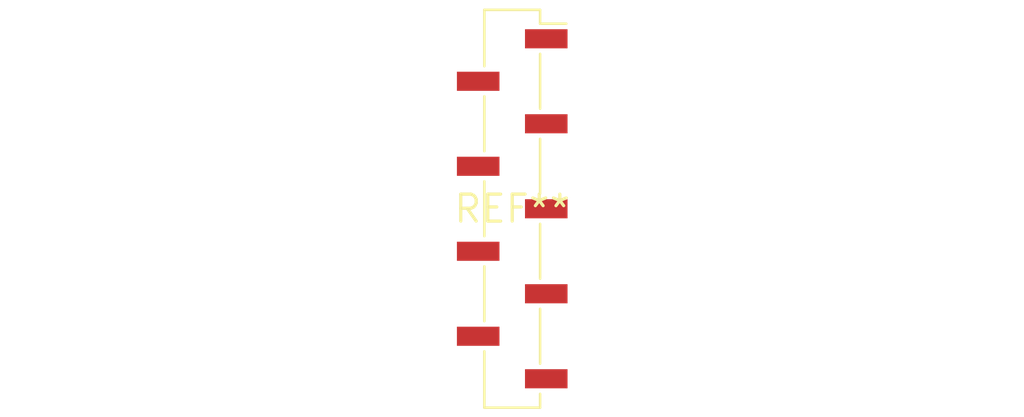
<source format=kicad_pcb>
(kicad_pcb (version 20240108) (generator pcbnew)
  (layers (0 "F.Cu" signal) (31 "B.Cu" signal) (34 "B.Paste" user) (35 "F.Paste" user) (36 "B.SilkS" user "B.Silkscreen") (37 "F.SilkS" user "F.Silkscreen") (38 "B.Mask" user) (39 "F.Mask" user) (44 "Edge.Cuts" user))
  (net 0 "")
  (footprint "PinSocket_1x09_P2.00mm_Vertical_SMD_Pin1Right" (layer "F.Cu") (at 0 0)
    (property "Reference" "REF**")
    (property "Value" "PinSocket_1x09_P2.00mm_Vertical_SMD_Pin1Right")
    (fp_line (start -1.31 -9.36) (end -1.31 -6.71) (layer "F.SilkS") (stroke (width 0.12)))
    (fp_line (start -1.31 -9.36) (end 1.31 -9.36) (layer "F.SilkS") (stroke (width 0.12)))
    (fp_line (start -1.31 -5.29) (end -1.31 -2.71) (layer "F.SilkS") (stroke (width 0.12)))
    (fp_line (start -1.31 -1.29) (end -1.31 1.29) (layer "F.SilkS") (stroke (width 0.12)))
    (fp_line (start -1.31 2.71) (end -1.31 5.29) (layer "F.SilkS") (stroke (width 0.12)))
    (fp_line (start -1.31 6.71) (end -1.31 9.36) (layer "F.SilkS") (stroke (width 0.12)))
    (fp_line (start -1.31 9.36) (end 1.31 9.36) (layer "F.SilkS") (stroke (width 0.12)))
    (fp_line (start 1.31 -9.36) (end 1.31 -8.71) (layer "F.SilkS") (stroke (width 0.12)))
    (fp_line (start 1.31 -8.71) (end 2.54 -8.71) (layer "F.SilkS") (stroke (width 0.12)))
    (fp_line (start 1.31 -7.29) (end 1.31 -4.71) (layer "F.SilkS") (stroke (width 0.12)))
    (fp_line (start 1.31 -3.29) (end 1.31 -0.71) (layer "F.SilkS") (stroke (width 0.12)))
    (fp_line (start 1.31 0.71) (end 1.31 3.29) (layer "F.SilkS") (stroke (width 0.12)))
    (fp_line (start 1.31 4.71) (end 1.31 7.29) (layer "F.SilkS") (stroke (width 0.12)))
    (fp_line (start 1.31 8.71) (end 1.31 9.36) (layer "F.SilkS") (stroke (width 0.12)))
    (pad "1" smd rect (at 1.6 -8) (size 2 0.9) (layers "F.Cu" "F.Paste" "F.Mask"))
    (pad "2" smd rect (at -1.6 -6) (size 2 0.9) (layers "F.Cu" "F.Paste" "F.Mask"))
    (pad "3" smd rect (at 1.6 -4) (size 2 0.9) (layers "F.Cu" "F.Paste" "F.Mask"))
    (pad "4" smd rect (at -1.6 -2) (size 2 0.9) (layers "F.Cu" "F.Paste" "F.Mask"))
    (pad "5" smd rect (at 1.6 0) (size 2 0.9) (layers "F.Cu" "F.Paste" "F.Mask"))
    (pad "6" smd rect (at -1.6 2) (size 2 0.9) (layers "F.Cu" "F.Paste" "F.Mask"))
    (pad "7" smd rect (at 1.6 4) (size 2 0.9) (layers "F.Cu" "F.Paste" "F.Mask"))
    (pad "8" smd rect (at -1.6 6) (size 2 0.9) (layers "F.Cu" "F.Paste" "F.Mask"))
    (pad "9" smd rect (at 1.6 8) (size 2 0.9) (layers "F.Cu" "F.Paste" "F.Mask"))
  )
)
</source>
